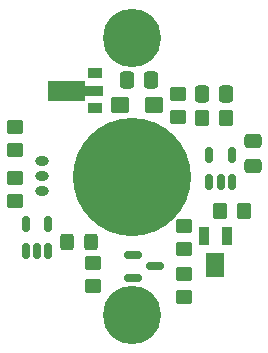
<source format=gbs>
%TF.GenerationSoftware,KiCad,Pcbnew,(6.0.1)*%
%TF.CreationDate,2024-02-25T12:41:37+01:00*%
%TF.ProjectId,Lin1,4c696e31-2e6b-4696-9361-645f70636258,rev?*%
%TF.SameCoordinates,Original*%
%TF.FileFunction,Soldermask,Bot*%
%TF.FilePolarity,Negative*%
%FSLAX46Y46*%
G04 Gerber Fmt 4.6, Leading zero omitted, Abs format (unit mm)*
G04 Created by KiCad (PCBNEW (6.0.1)) date 2024-02-25 12:41:37*
%MOMM*%
%LPD*%
G01*
G04 APERTURE LIST*
G04 Aperture macros list*
%AMRoundRect*
0 Rectangle with rounded corners*
0 $1 Rounding radius*
0 $2 $3 $4 $5 $6 $7 $8 $9 X,Y pos of 4 corners*
0 Add a 4 corners polygon primitive as box body*
4,1,4,$2,$3,$4,$5,$6,$7,$8,$9,$2,$3,0*
0 Add four circle primitives for the rounded corners*
1,1,$1+$1,$2,$3*
1,1,$1+$1,$4,$5*
1,1,$1+$1,$6,$7*
1,1,$1+$1,$8,$9*
0 Add four rect primitives between the rounded corners*
20,1,$1+$1,$2,$3,$4,$5,0*
20,1,$1+$1,$4,$5,$6,$7,0*
20,1,$1+$1,$6,$7,$8,$9,0*
20,1,$1+$1,$8,$9,$2,$3,0*%
%AMFreePoly0*
4,1,9,3.862500,-0.866500,0.737500,-0.866500,0.737500,-0.450000,-0.737500,-0.450000,-0.737500,0.450000,0.737500,0.450000,0.737500,0.866500,3.862500,0.866500,3.862500,-0.866500,3.862500,-0.866500,$1*%
G04 Aperture macros list end*
%ADD10C,4.940000*%
%ADD11RoundRect,0.250000X-0.537500X-0.425000X0.537500X-0.425000X0.537500X0.425000X-0.537500X0.425000X0*%
%ADD12RoundRect,0.250000X0.450000X-0.350000X0.450000X0.350000X-0.450000X0.350000X-0.450000X-0.350000X0*%
%ADD13RoundRect,0.250000X0.325000X0.450000X-0.325000X0.450000X-0.325000X-0.450000X0.325000X-0.450000X0*%
%ADD14C,10.000000*%
%ADD15RoundRect,0.250000X-0.450000X0.350000X-0.450000X-0.350000X0.450000X-0.350000X0.450000X0.350000X0*%
%ADD16O,1.143000X0.857250*%
%ADD17RoundRect,0.150000X-0.587500X-0.150000X0.587500X-0.150000X0.587500X0.150000X-0.587500X0.150000X0*%
%ADD18RoundRect,0.250000X-0.350000X-0.450000X0.350000X-0.450000X0.350000X0.450000X-0.350000X0.450000X0*%
%ADD19RoundRect,0.250000X0.475000X-0.337500X0.475000X0.337500X-0.475000X0.337500X-0.475000X-0.337500X0*%
%ADD20RoundRect,0.150000X0.150000X-0.512500X0.150000X0.512500X-0.150000X0.512500X-0.150000X-0.512500X0*%
%ADD21RoundRect,0.250000X0.337500X0.475000X-0.337500X0.475000X-0.337500X-0.475000X0.337500X-0.475000X0*%
%ADD22R,1.300000X0.900000*%
%ADD23FreePoly0,180.000000*%
%ADD24RoundRect,0.250000X-0.337500X-0.475000X0.337500X-0.475000X0.337500X0.475000X-0.337500X0.475000X0*%
%ADD25RoundRect,0.250000X0.350000X0.450000X-0.350000X0.450000X-0.350000X-0.450000X0.350000X-0.450000X0*%
%ADD26R,0.939800X1.549400*%
%ADD27R,1.498600X2.133600*%
G04 APERTURE END LIST*
D10*
X150000000Y-111750000D03*
X150000000Y-88250000D03*
D11*
X149025000Y-93900000D03*
X151900000Y-93900000D03*
D12*
X146700000Y-109300000D03*
X146700000Y-107300000D03*
D13*
X146567000Y-105500000D03*
X144517000Y-105500000D03*
D14*
X150000000Y-100000000D03*
D15*
X140100000Y-95774000D03*
X140100000Y-97774000D03*
D16*
X142400000Y-98700000D03*
X142400000Y-99970000D03*
X142400000Y-101240000D03*
D15*
X154432000Y-104156000D03*
X154432000Y-106156000D03*
D17*
X150125000Y-108550000D03*
X150125000Y-106650000D03*
X152000000Y-107600000D03*
D18*
X157496000Y-102870000D03*
X159496000Y-102870000D03*
D19*
X160274000Y-99081500D03*
X160274000Y-97006500D03*
D20*
X158496000Y-100451500D03*
X157546000Y-100451500D03*
X156596000Y-100451500D03*
X156596000Y-98176500D03*
X158496000Y-98176500D03*
X142936000Y-106293500D03*
X141986000Y-106293500D03*
X141036000Y-106293500D03*
X141036000Y-104018500D03*
X142936000Y-104018500D03*
D21*
X158009500Y-92964000D03*
X155934500Y-92964000D03*
D22*
X146938000Y-91210000D03*
D23*
X146850500Y-92710000D03*
D22*
X146938000Y-94210000D03*
D15*
X154432000Y-108220000D03*
X154432000Y-110220000D03*
D24*
X149584500Y-91800000D03*
X151659500Y-91800000D03*
D25*
X157972000Y-94996000D03*
X155972000Y-94996000D03*
D26*
X156150000Y-104995700D03*
D27*
X157100000Y-107472200D03*
D26*
X158050000Y-104995700D03*
D15*
X153924000Y-92964000D03*
X153924000Y-94964000D03*
X140100000Y-100092000D03*
X140100000Y-102092000D03*
M02*

</source>
